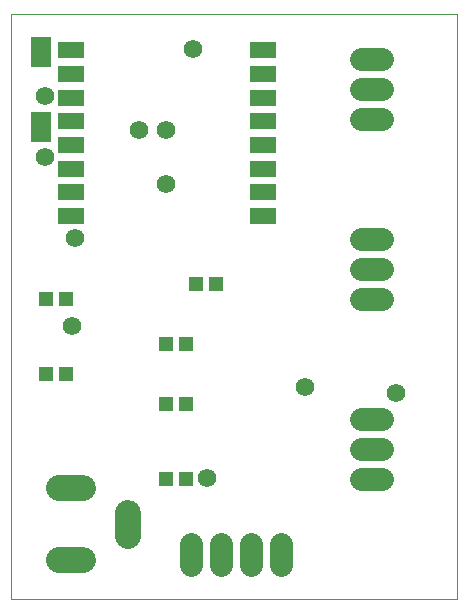
<source format=gts>
G75*
%MOIN*%
%OFA0B0*%
%FSLAX25Y25*%
%IPPOS*%
%LPD*%
%AMOC8*
5,1,8,0,0,1.08239X$1,22.5*
%
%ADD10C,0.00000*%
%ADD11R,0.04737X0.05131*%
%ADD12R,0.08674X0.05524*%
%ADD13C,0.07800*%
%ADD14C,0.08674*%
%ADD15R,0.07099X0.09855*%
%ADD16C,0.06200*%
D10*
X0002874Y0017345D02*
X0002874Y0212306D01*
X0151575Y0212306D01*
X0151575Y0017345D01*
X0002874Y0017345D01*
D11*
X0014528Y0092345D03*
X0021220Y0092345D03*
X0021220Y0117345D03*
X0014528Y0117345D03*
X0054528Y0102345D03*
X0061220Y0102345D03*
X0061220Y0082345D03*
X0054528Y0082345D03*
X0054528Y0057345D03*
X0061220Y0057345D03*
X0064528Y0122345D03*
X0071220Y0122345D03*
D12*
X0086654Y0145219D03*
X0086654Y0153093D03*
X0086654Y0160967D03*
X0086654Y0168841D03*
X0086654Y0176715D03*
X0086654Y0184589D03*
X0086654Y0192463D03*
X0086654Y0200337D03*
X0022874Y0200337D03*
X0022874Y0192463D03*
X0022874Y0184589D03*
X0022874Y0176715D03*
X0022874Y0168841D03*
X0022874Y0160967D03*
X0022874Y0153093D03*
X0022874Y0145219D03*
D13*
X0062874Y0035845D02*
X0062874Y0028845D01*
X0072874Y0028845D02*
X0072874Y0035845D01*
X0082874Y0035845D02*
X0082874Y0028845D01*
X0092874Y0028845D02*
X0092874Y0035845D01*
X0119374Y0057345D02*
X0126374Y0057345D01*
X0126374Y0067345D02*
X0119374Y0067345D01*
X0119374Y0077345D02*
X0126374Y0077345D01*
X0126374Y0117345D02*
X0119374Y0117345D01*
X0119374Y0127345D02*
X0126374Y0127345D01*
X0126374Y0137345D02*
X0119374Y0137345D01*
X0119374Y0177345D02*
X0126374Y0177345D01*
X0126374Y0187345D02*
X0119374Y0187345D01*
X0119374Y0197345D02*
X0126374Y0197345D01*
D14*
X0026811Y0054550D02*
X0018937Y0054550D01*
X0018937Y0030534D02*
X0026811Y0030534D01*
X0041772Y0038408D02*
X0041772Y0046282D01*
D15*
X0012874Y0174943D03*
X0012874Y0199746D03*
D16*
X0014124Y0184970D03*
X0014124Y0164720D03*
X0024249Y0137720D03*
X0023124Y0108470D03*
X0054624Y0155720D03*
X0054624Y0173720D03*
X0045624Y0173720D03*
X0063624Y0200720D03*
X0100749Y0088220D03*
X0131124Y0085970D03*
X0068124Y0057845D03*
M02*

</source>
